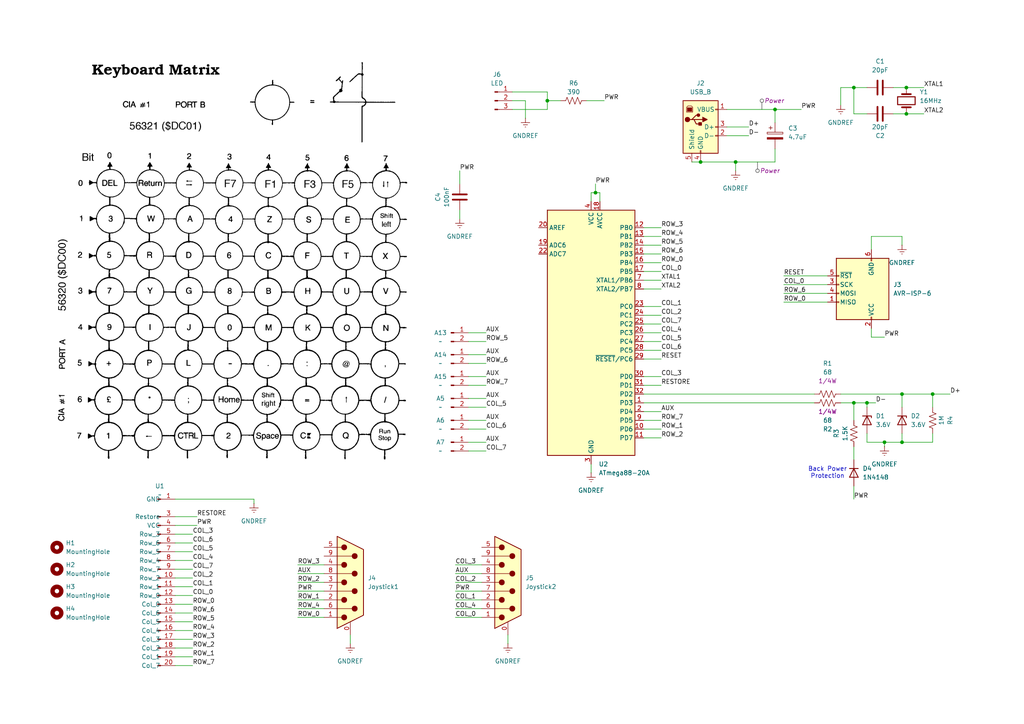
<source format=kicad_sch>
(kicad_sch (version 20231120) (generator "eeschema") (generator_version "8.0")
  (paper "A4")
  (lib_symbols
    (symbol "C64:C64_Keyboard"
      (property "Reference" "U" (at 0 0 0))
      (symbol "C64_Keyboard_1_1"
        (rectangle (start -4.2164 -50.673) (end -5.08 -50.927) (stroke (width 0.1524)) (fill (type outline)))
        (rectangle (start -4.2164 -48.133) (end -5.08 -48.387) (stroke (width 0.1524)) (fill (type outline)))
        (rectangle (start -4.2164 -45.593) (end -5.08 -45.847) (stroke (width 0.1524)) (fill (type outline)))
        (rectangle (start -4.2164 -43.053) (end -5.08 -43.307) (stroke (width 0.1524)) (fill (type outline)))
        (rectangle (start -4.2164 -40.513) (end -5.08 -40.767) (stroke (width 0.1524)) (fill (type outline)))
        (rectangle (start -4.2164 -37.973) (end -5.08 -38.227) (stroke (width 0.1524)) (fill (type outline)))
        (rectangle (start -4.2164 -35.433) (end -5.08 -35.687) (stroke (width 0.1524)) (fill (type outline)))
        (rectangle (start -4.2164 -32.893) (end -5.08 -33.147) (stroke (width 0.1524)) (fill (type outline)))
        (rectangle (start -4.2164 -30.353) (end -5.08 -30.607) (stroke (width 0.1524)) (fill (type outline)))
        (rectangle (start -4.2164 -27.813) (end -5.08 -28.067) (stroke (width 0.1524)) (fill (type outline)))
        (rectangle (start -4.2164 -25.273) (end -5.08 -25.527) (stroke (width 0.1524)) (fill (type outline)))
        (rectangle (start -4.2164 -22.733) (end -5.08 -22.987) (stroke (width 0.1524)) (fill (type outline)))
        (rectangle (start -4.2164 -20.193) (end -5.08 -20.447) (stroke (width 0.1524)) (fill (type outline)))
        (rectangle (start -4.2164 -17.653) (end -5.08 -17.907) (stroke (width 0.1524)) (fill (type outline)))
        (rectangle (start -4.2164 -15.113) (end -5.08 -15.367) (stroke (width 0.1524)) (fill (type outline)))
        (rectangle (start -4.2164 -12.573) (end -5.08 -12.827) (stroke (width 0.1524)) (fill (type outline)))
        (rectangle (start -4.2164 -10.033) (end -5.08 -10.287) (stroke (width 0.1524)) (fill (type outline)))
        (rectangle (start -4.2164 -7.493) (end -5.08 -7.747) (stroke (width 0.1524)) (fill (type outline)))
        (rectangle (start -4.2164 -2.413) (end -5.08 -2.667) (stroke (width 0.1524)) (fill (type outline)))
        (polyline (pts (xy -3.81 -50.8) (xy -4.2164 -50.8)) (stroke (width 0.1524)))
        (polyline (pts (xy -3.81 -48.26) (xy -4.2164 -48.26)) (stroke (width 0.1524)))
        (polyline (pts (xy -3.81 -45.72) (xy -4.2164 -45.72)) (stroke (width 0.1524)))
        (polyline (pts (xy -3.81 -43.18) (xy -4.2164 -43.18)) (stroke (width 0.1524)))
        (polyline (pts (xy -3.81 -40.64) (xy -4.2164 -40.64)) (stroke (width 0.1524)))
        (polyline (pts (xy -3.81 -38.1) (xy -4.2164 -38.1)) (stroke (width 0.1524)))
        (polyline (pts (xy -3.81 -35.56) (xy -4.2164 -35.56)) (stroke (width 0.1524)))
        (polyline (pts (xy -3.81 -33.02) (xy -4.2164 -33.02)) (stroke (width 0.1524)))
        (polyline (pts (xy -3.81 -30.48) (xy -4.2164 -30.48)) (stroke (width 0.1524)))
        (polyline (pts (xy -3.81 -27.94) (xy -4.2164 -27.94)) (stroke (width 0.1524)))
        (polyline (pts (xy -3.81 -25.4) (xy -4.2164 -25.4)) (stroke (width 0.1524)))
        (polyline (pts (xy -3.81 -22.86) (xy -4.2164 -22.86)) (stroke (width 0.1524)))
        (polyline (pts (xy -3.81 -20.32) (xy -4.2164 -20.32)) (stroke (width 0.1524)))
        (polyline (pts (xy -3.81 -17.78) (xy -4.2164 -17.78)) (stroke (width 0.1524)))
        (polyline (pts (xy -3.81 -15.24) (xy -4.2164 -15.24)) (stroke (width 0.1524)))
        (polyline (pts (xy -3.81 -12.7) (xy -4.2164 -12.7)) (stroke (width 0.1524)))
        (polyline (pts (xy -3.81 -10.16) (xy -4.2164 -10.16)) (stroke (width 0.1524)))
        (polyline (pts (xy -3.81 -7.62) (xy -4.2164 -7.62)) (stroke (width 0.1524)))
        (polyline (pts (xy -3.81 -2.54) (xy -4.2164 -2.54)) (stroke (width 0.1524)))
        (pin passive line (at 0 -2.54 180) (length 3.81) (name "GND") (number "1"))
        (pin passive line (at 0 -25.4 180) (length 3.81) (name "Row_2") (number "10"))
        (pin passive line (at 0 -27.94 180) (length 3.81) (name "Row_1") (number "11"))
        (pin passive line (at 0 -30.48 180) (length 3.81) (name "Row_0") (number "12"))
        (pin passive line (at 0 -33.02 180) (length 3.81) (name "Col_0") (number "13"))
        (pin passive line (at 0 -35.56 180) (length 3.81) (name "Col_6") (number "14"))
        (pin passive line (at 0 -38.1 180) (length 3.81) (name "Col_5") (number "15"))
        (pin passive line (at 0 -40.64 180) (length 3.81) (name "Col_4") (number "16"))
        (pin passive line (at 0 -43.18 180) (length 3.81) (name "Col_3") (number "17"))
        (pin passive line (at 0 -45.72 180) (length 3.81) (name "Col_2") (number "18"))
        (pin passive line (at 0 -48.26 180) (length 3.81) (name "Col_1") (number "19"))
        (pin passive line (at 0 -50.8 180) (length 3.81) (name "Col_7") (number "20"))
        (pin passive line (at 0 -7.62 180) (length 3.81) (name "Restore") (number "3"))
        (pin passive line (at 0 -10.16 180) (length 3.81) (name "VCC") (number "4"))
        (pin passive line (at 0 -12.7 180) (length 3.81) (name "Row_3") (number "5"))
        (pin passive line (at 0 -15.24 180) (length 3.81) (name "Row_6") (number "6"))
        (pin passive line (at 0 -17.78 180) (length 3.81) (name "Row_5") (number "7"))
        (pin passive line (at 0 -20.32 180) (length 3.81) (name "Row_4") (number "8"))
        (pin passive line (at 0 -22.86 180) (length 3.81) (name "Row_7") (number "9"))
      )
    )
    (symbol "Connector:AVR-ISP-6" (pin_names (offset 1.016))
      (property "Reference" "J" (at -6.35 11.43 0))
      (property "Value" "AVR-ISP-6" (at 0 11.43 0))
      (symbol "AVR-ISP-6_0_1"
        (rectangle (start -2.667 -6.858) (end -2.413 -7.62))
        (rectangle (start -2.667 10.16) (end -2.413 9.398))
        (rectangle (start 7.62 -2.413) (end 6.858 -2.667))
        (rectangle (start 7.62 0.127) (end 6.858 -0.127))
        (rectangle (start 7.62 2.667) (end 6.858 2.413))
        (rectangle (start 7.62 5.207) (end 6.858 4.953))
        (rectangle (start 7.62 10.16) (end -7.62 -7.62) (stroke (width 0.254)) (fill (type background)))
      )
      (symbol "AVR-ISP-6_1_1"
        (pin passive line (at 10.16 5.08 180) (length 2.54) (name "MISO") (number "1"))
        (pin passive line (at -2.54 12.7 270) (length 2.54) (name "VCC") (number "2"))
        (pin passive line (at 10.16 0 180) (length 2.54) (name "SCK") (number "3"))
        (pin passive line (at 10.16 2.54 180) (length 2.54) (name "MOSI") (number "4"))
        (pin passive line (at 10.16 -2.54 180) (length 2.54) (name "~{RST}") (number "5"))
        (pin passive line (at -2.54 -10.16 90) (length 2.54) (name "GND") (number "6"))
      )
    )
    (symbol "Connector:Conn_01x02_Pin" (pin_names (offset 1.016) hide)
      (property "Reference" "J" (at 0 2.54 0))
      (property "Value" "Conn_01x02_Pin" (at 0 -5.08 0))
      (symbol "Conn_01x02_Pin_1_1"
        (polyline (pts (xy 1.27 -2.54) (xy 0.8636 -2.54)) (stroke (width 0.1524)))
        (polyline (pts (xy 1.27 0) (xy 0.8636 0)) (stroke (width 0.1524)))
        (rectangle (start 0.8636 -2.413) (end 0 -2.667) (stroke (width 0.1524)) (fill (type outline)))
        (rectangle (start 0.8636 0.127) (end 0 -0.127) (stroke (width 0.1524)) (fill (type outline)))
        (pin passive line (at 5.08 0 180) (length 3.81) (name "Pin_1") (number "1"))
        (pin passive line (at 5.08 -2.54 180) (length 3.81) (name "Pin_2") (number "2"))
      )
    )
    (symbol "Connector:Conn_01x03_Pin" (pin_names (offset 1.016) hide)
      (property "Reference" "J" (at 0 5.08 0))
      (property "Value" "Conn_01x03_Pin" (at 0 -5.08 0))
      (symbol "Conn_01x03_Pin_1_1"
        (polyline (pts (xy 1.27 -2.54) (xy 0.8636 -2.54)) (stroke (width 0.1524)))
        (polyline (pts (xy 1.27 0) (xy 0.8636 0)) (stroke (width 0.1524)))
        (polyline (pts (xy 1.27 2.54) (xy 0.8636 2.54)) (stroke (width 0.1524)))
        (rectangle (start 0.8636 -2.413) (end 0 -2.667) (stroke (width 0.1524)) (fill (type outline)))
        (rectangle (start 0.8636 0.127) (end 0 -0.127) (stroke (width 0.1524)) (fill (type outline)))
        (rectangle (start 0.8636 2.667) (end 0 2.413) (stroke (width 0.1524)) (fill (type outline)))
        (pin passive line (at 5.08 2.54 180) (length 3.81) (name "Pin_1") (number "1"))
        (pin passive line (at 5.08 0 180) (length 3.81) (name "Pin_2") (number "2"))
        (pin passive line (at 5.08 -2.54 180) (length 3.81) (name "Pin_3") (number "3"))
      )
    )
    (symbol "Connector:DE9_Plug_MountingHoles" (pin_names (offset 1.016) hide)
      (property "Reference" "J" (at 0 16.51 0))
      (property "Value" "DE9_Plug_MountingHoles" (at 0 14.605 0))
      (symbol "DE9_Plug_MountingHoles_0_1"
        (circle (center -1.778 -10.16) (radius 0.762) (fill (type outline)))
        (circle (center -1.778 -5.08) (radius 0.762) (fill (type outline)))
        (circle (center -1.778 0) (radius 0.762) (fill (type outline)))
        (circle (center -1.778 5.08) (radius 0.762) (fill (type outline)))
        (circle (center -1.778 10.16) (radius 0.762) (fill (type outline)))
        (polyline (pts (xy -3.81 -10.16) (xy -2.54 -10.16)))
        (polyline (pts (xy -3.81 -7.62) (xy 0.508 -7.62)))
        (polyline (pts (xy -3.81 -5.08) (xy -2.54 -5.08)))
        (polyline (pts (xy -3.81 -2.54) (xy 0.508 -2.54)))
        (polyline (pts (xy -3.81 0) (xy -2.54 0)))
        (polyline (pts (xy -3.81 2.54) (xy 0.508 2.54)))
        (polyline (pts (xy -3.81 5.08) (xy -2.54 5.08)))
        (polyline (pts (xy -3.81 7.62) (xy 0.508 7.62)))
        (polyline (pts (xy -3.81 10.16) (xy -2.54 10.16)))
        (polyline (pts (xy -3.81 -13.335) (xy -3.81 13.335) (xy 3.81 9.525) (xy 3.81 -9.525) (xy -3.81 -13.335)) (stroke (width 0.254)) (fill (type background)))
        (circle (center 1.27 -7.62) (radius 0.762) (fill (type outline)))
        (circle (center 1.27 -2.54) (radius 0.762) (fill (type outline)))
        (circle (center 1.27 2.54) (radius 0.762) (fill (type outline)))
        (circle (center 1.27 7.62) (radius 0.762) (fill (type outline)))
      )
      (symbol "DE9_Plug_MountingHoles_1_1"
        (pin passive line (at 0 -15.24 90) (length 3.81) (name "PAD") (number "0"))
        (pin passive line (at -7.62 -10.16 0) (length 3.81) (name "1") (number "1"))
        (pin passive line (at -7.62 -5.08 0) (length 3.81) (name "2") (number "2"))
        (pin passive line (at -7.62 0 0) (length 3.81) (name "3") (number "3"))
        (pin passive line (at -7.62 5.08 0) (length 3.81) (name "4") (number "4"))
        (pin passive line (at -7.62 10.16 0) (length 3.81) (name "5") (number "5"))
        (pin passive line (at -7.62 -7.62 0) (length 3.81) (name "6") (number "6"))
        (pin passive line (at -7.62 -2.54 0) (length 3.81) (name "7") (number "7"))
        (pin passive line (at -7.62 2.54 0) (length 3.81) (name "8") (number "8"))
        (pin passive line (at -7.62 7.62 0) (length 3.81) (name "9") (number "9"))
      )
    )
    (symbol "Connector:USB_B" (pin_names (offset 1.016))
      (property "Reference" "J" (at -5.08 11.43 0))
      (property "Value" "USB_B" (at -5.08 8.89 0))
      (symbol "USB_B_0_1"
        (rectangle (start -5.08 -7.62) (end 5.08 7.62) (stroke (width 0.254)) (fill (type background)))
        (circle (center -3.81 2.159) (radius 0.635) (stroke (width 0.254)) (fill (type outline)))
        (rectangle (start -3.81 5.588) (end -2.54 4.572) (fill (type outline)))
        (circle (center -0.635 3.429) (radius 0.381) (stroke (width 0.254)) (fill (type outline)))
        (rectangle (start -0.127 -7.62) (end 0.127 -6.858))
        (polyline (pts (xy -1.905 2.159) (xy 0.635 2.159)) (stroke (width 0.254)))
        (polyline (pts (xy -3.175 2.159) (xy -2.54 2.159) (xy -1.27 3.429) (xy -0.635 3.429)) (stroke (width 0.254)))
        (polyline (pts (xy -2.54 2.159) (xy -1.905 2.159) (xy -1.27 0.889) (xy 0 0.889)) (stroke (width 0.254)))
        (polyline (pts (xy 0.635 2.794) (xy 0.635 1.524) (xy 1.905 2.159) (xy 0.635 2.794)) (stroke (width 0.254)) (fill (type outline)))
        (polyline (pts (xy -4.064 4.318) (xy -2.286 4.318) (xy -2.286 5.715) (xy -2.667 6.096) (xy -3.683 6.096) (xy -4.064 5.715) (xy -4.064 4.318)))
        (rectangle (start 0.254 1.27) (end -0.508 0.508) (stroke (width 0.254)) (fill (type outline)))
        (rectangle (start 5.08 -2.667) (end 4.318 -2.413))
        (rectangle (start 5.08 -0.127) (end 4.318 0.127))
        (rectangle (start 5.08 4.953) (end 4.318 5.207))
      )
      (symbol "USB_B_1_1"
        (pin power_out line (at 7.62 5.08 180) (length 2.54) (name "VBUS") (number "1"))
        (pin bidirectional line (at 7.62 -2.54 180) (length 2.54) (name "D-") (number "2"))
        (pin bidirectional line (at 7.62 0 180) (length 2.54) (name "D+") (number "3"))
        (pin power_out line (at 0 -10.16 90) (length 2.54) (name "GND") (number "4"))
        (pin passive line (at -2.54 -10.16 90) (length 2.54) (name "Shield") (number "5"))
      )
    )
    (symbol "Device:C" (pin_numbers hide) (pin_names (offset 0.254))
      (property "Reference" "C" (at 0.635 2.54 0))
      (property "Value" "C" (at 0.635 -2.54 0))
      (symbol "C_0_1"
        (polyline (pts (xy -2.032 -0.762) (xy 2.032 -0.762)) (stroke (width 0.508)))
        (polyline (pts (xy -2.032 0.762) (xy 2.032 0.762)) (stroke (width 0.508)))
      )
      (symbol "C_1_1"
        (pin passive line (at 0 3.81 270) (length 2.794) (name "~") (number "1"))
        (pin passive line (at 0 -3.81 90) (length 2.794) (name "~") (number "2"))
      )
    )
    (symbol "Device:C_Polarized" (pin_numbers hide) (pin_names (offset 0.254))
      (property "Reference" "C" (at 0.635 2.54 0))
      (property "Value" "C_Polarized" (at 0.635 -2.54 0))
      (symbol "C_Polarized_0_1"
        (rectangle (start -2.286 0.508) (end 2.286 1.016))
        (polyline (pts (xy -1.778 2.286) (xy -0.762 2.286)))
        (polyline (pts (xy -1.27 2.794) (xy -1.27 1.778)))
        (rectangle (start 2.286 -0.508) (end -2.286 -1.016) (fill (type outline)))
      )
      (symbol "C_Polarized_1_1"
        (pin passive line (at 0 3.81 270) (length 2.794) (name "~") (number "1"))
        (pin passive line (at 0 -3.81 90) (length 2.794) (name "~") (number "2"))
      )
    )
    (symbol "Device:Crystal" (pin_numbers hide) (pin_names (offset 1.016) hide)
      (property "Reference" "Y" (at 0 3.81 0))
      (property "Value" "Crystal" (at 0 -3.81 0))
      (symbol "Crystal_0_1"
        (rectangle (start -1.143 2.54) (end 1.143 -2.54) (stroke (width 0.3048)))
        (polyline (pts (xy -2.54 0) (xy -1.905 0)))
        (polyline (pts (xy -1.905 -1.27) (xy -1.905 1.27)) (stroke (width 0.508)))
        (polyline (pts (xy 1.905 -1.27) (xy 1.905 1.27)) (stroke (width 0.508)))
        (polyline (pts (xy 2.54 0) (xy 1.905 0)))
      )
      (symbol "Crystal_1_1"
        (pin passive line (at -3.81 0 0) (length 1.27) (name "1") (number "1"))
        (pin passive line (at 3.81 0 180) (length 1.27) (name "2") (number "2"))
      )
    )
    (symbol "Device:D" (pin_numbers hide) (pin_names (offset 1.016) hide)
      (property "Reference" "D" (at 0 2.54 0))
      (property "Value" "D" (at 0 -2.54 0))
      (symbol "D_0_1"
        (polyline (pts (xy -1.27 1.27) (xy -1.27 -1.27)) (stroke (width 0.254)))
        (polyline (pts (xy 1.27 0) (xy -1.27 0)))
        (polyline (pts (xy 1.27 1.27) (xy 1.27 -1.27) (xy -1.27 0) (xy 1.27 1.27)) (stroke (width 0.254)))
      )
      (symbol "D_1_1"
        (pin passive line (at -3.81 0 0) (length 2.54) (name "K") (number "1"))
        (pin passive line (at 3.81 0 180) (length 2.54) (name "A") (number "2"))
      )
    )
    (symbol "Device:D_Zener" (pin_numbers hide) (pin_names (offset 1.016) hide)
      (property "Reference" "D" (at 0 2.54 0))
      (property "Value" "D_Zener" (at 0 -2.54 0))
      (symbol "D_Zener_0_1"
        (polyline (pts (xy 1.27 0) (xy -1.27 0)))
        (polyline (pts (xy -1.27 -1.27) (xy -1.27 1.27) (xy -0.762 1.27)) (stroke (width 0.254)))
        (polyline (pts (xy 1.27 -1.27) (xy 1.27 1.27) (xy -1.27 0) (xy 1.27 -1.27)) (stroke (width 0.254)))
      )
      (symbol "D_Zener_1_1"
        (pin passive line (at -3.81 0 0) (length 2.54) (name "K") (number "1"))
        (pin passive line (at 3.81 0 180) (length 2.54) (name "A") (number "2"))
      )
    )
    (symbol "Device:R_US" (pin_numbers hide) (pin_names (offset 0))
      (property "Reference" "R" (at 2.54 0 90))
      (property "Value" "R_US" (at -2.54 0 90))
      (symbol "R_US_0_1"
        (polyline (pts (xy 0 -2.286) (xy 0 -2.54)))
        (polyline (pts (xy 0 2.286) (xy 0 2.54)))
        (polyline (pts (xy 0 -0.762) (xy 1.016 -1.143) (xy 0 -1.524) (xy -1.016 -1.905) (xy 0 -2.286)))
        (polyline (pts (xy 0 0.762) (xy 1.016 0.381) (xy 0 0) (xy -1.016 -0.381) (xy 0 -0.762)))
        (polyline (pts (xy 0 2.286) (xy 1.016 1.905) (xy 0 1.524) (xy -1.016 1.143) (xy 0 0.762)))
      )
      (symbol "R_US_1_1"
        (pin passive line (at 0 3.81 270) (length 1.27) (name "~") (number "1"))
        (pin passive line (at 0 -3.81 90) (length 1.27) (name "~") (number "2"))
      )
    )
    (symbol "MCU_Microchip_ATmega:ATmega88-20A"
      (property "Reference" "U" (at -12.7 36.83 0))
      (property "Value" "ATmega88-20A" (at 2.54 -36.83 0))
      (symbol "ATmega88-20A_0_1"
        (rectangle (start -12.7 -35.56) (end 12.7 35.56) (stroke (width 0.254)) (fill (type background)))
      )
      (symbol "ATmega88-20A_1_1"
        (pin bidirectional line (at 15.24 -20.32 180) (length 2.54) (name "PD3") (number "1"))
        (pin bidirectional line (at 15.24 -27.94 180) (length 2.54) (name "PD6") (number "10"))
        (pin bidirectional line (at 15.24 -30.48 180) (length 2.54) (name "PD7") (number "11"))
        (pin bidirectional line (at 15.24 30.48 180) (length 2.54) (name "PB0") (number "12"))
        (pin bidirectional line (at 15.24 27.94 180) (length 2.54) (name "PB1") (number "13"))
        (pin bidirectional line (at 15.24 25.4 180) (length 2.54) (name "PB2") (number "14"))
        (pin bidirectional line (at 15.24 22.86 180) (length 2.54) (name "PB3") (number "15"))
        (pin bidirectional line (at 15.24 20.32 180) (length 2.54) (name "PB4") (number "16"))
        (pin bidirectional line (at 15.24 17.78 180) (length 2.54) (name "PB5") (number "17"))
        (pin power_in line (at 2.54 38.1 270) (length 2.54) (name "AVCC") (number "18"))
        (pin input line (at -15.24 25.4 0) (length 2.54) (name "ADC6") (number "19"))
        (pin bidirectional line (at 15.24 -22.86 180) (length 2.54) (name "PD4") (number "2"))
        (pin passive line (at -15.24 30.48 0) (length 2.54) (name "AREF") (number "20"))
        (pin passive line (at 0 -38.1 90) (length 2.54) hide (name "GND") (number "21"))
        (pin input line (at -15.24 22.86 0) (length 2.54) (name "ADC7") (number "22"))
        (pin bidirectional line (at 15.24 7.62 180) (length 2.54) (name "PC0") (number "23"))
        (pin bidirectional line (at 15.24 5.08 180) (length 2.54) (name "PC1") (number "24"))
        (pin bidirectional line (at 15.24 2.54 180) (length 2.54) (name "PC2") (number "25"))
        (pin bidirectional line (at 15.24 0 180) (length 2.54) (name "PC3") (number "26"))
        (pin bidirectional line (at 15.24 -2.54 180) (length 2.54) (name "PC4") (number "27"))
        (pin bidirectional line (at 15.24 -5.08 180) (length 2.54) (name "PC5") (number "28"))
        (pin bidirectional line (at 15.24 -7.62 180) (length 2.54) (name "~{RESET}/PC6") (number "29"))
        (pin power_in line (at 0 -38.1 90) (length 2.54) (name "GND") (number "3"))
        (pin bidirectional line (at 15.24 -12.7 180) (length 2.54) (name "PD0") (number "30"))
        (pin bidirectional line (at 15.24 -15.24 180) (length 2.54) (name "PD1") (number "31"))
        (pin bidirectional line (at 15.24 -17.78 180) (length 2.54) (name "PD2") (number "32"))
        (pin power_in line (at 0 38.1 270) (length 2.54) (name "VCC") (number "4"))
        (pin passive line (at 0 -38.1 90) (length 2.54) hide (name "GND") (number "5"))
        (pin passive line (at 0 38.1 270) (length 2.54) hide (name "VCC") (number "6"))
        (pin bidirectional line (at 15.24 15.24 180) (length 2.54) (name "XTAL1/PB6") (number "7"))
        (pin bidirectional line (at 15.24 12.7 180) (length 2.54) (name "XTAL2/PB7") (number "8"))
        (pin bidirectional line (at 15.24 -25.4 180) (length 2.54) (name "PD5") (number "9"))
      )
    )
    (symbol "Mechanical:MountingHole" (pin_names (offset 1.016)) (exclude_from_sim yes) (in_bom no)
      (property "Reference" "H" (at 0 5.08 0))
      (property "Value" "MountingHole" (at 0 3.175 0))
      (symbol "MountingHole_0_1"
        (circle (center 0 0) (radius 1.27) (stroke (width 1.27)))
      )
    )
    (symbol "power:GNDREF" (power) (pin_numbers hide) (pin_names (offset 0) hide)
      (property "Value" "GNDREF" (at 0 -3.81 0))
      (symbol "GNDREF_0_1"
        (polyline (pts (xy -0.635 -1.905) (xy 0.635 -1.905)))
        (polyline (pts (xy -0.127 -2.54) (xy 0.127 -2.54)))
        (polyline (pts (xy 0 -1.27) (xy 0 0)))
        (polyline (pts (xy 1.27 -1.27) (xy -1.27 -1.27)))
      )
      (symbol "GNDREF_1_1"
        (pin power_in line (at 0 0 270) (length 0) (name "~") (number "1"))
      )
    )
  )
  (junction (at 261.62 128.27))
  (junction (at 270.51 114.3))
  (junction (at 172.72 55.88))
  (junction (at 213.36 46.99))
  (junction (at 262.89 33.02))
  (junction (at 251.46 116.84))
  (junction (at 262.89 25.4))
  (junction (at 247.65 116.84))
  (junction (at 158.75 29.21))
  (junction (at 203.2 46.99))
  (junction (at 247.65 25.4))
  (junction (at 261.62 114.3))
  (junction (at 224.79 31.75))
  (junction (at 256.54 128.27))
  (wire (pts (xy 210.82 36.83) (xy 217.17 36.83)))
  (wire (pts (xy 247.65 116.84) (xy 251.46 116.84)))
  (wire (pts (xy 50.8 154.94) (xy 55.88 154.94)))
  (wire (pts (xy 247.65 33.02) (xy 247.65 25.4)))
  (wire (pts (xy 243.84 114.3) (xy 261.62 114.3)))
  (wire (pts (xy 148.59 29.21) (xy 152.4 29.21)))
  (wire (pts (xy 247.65 25.4) (xy 251.46 25.4)))
  (wire (pts (xy 50.8 149.86) (xy 57.15 149.86)))
  (wire (pts (xy 261.62 128.27) (xy 261.62 125.73)))
  (wire (pts (xy 133.35 60.96) (xy 133.35 63.5)))
  (wire (pts (xy 186.69 71.12) (xy 191.77 71.12)))
  (wire (pts (xy 210.82 31.75) (xy 224.79 31.75)))
  (wire (pts (xy 86.36 171.45) (xy 93.98 171.45)))
  (wire (pts (xy 186.69 124.46) (xy 191.77 124.46)))
  (wire (pts (xy 50.8 157.48) (xy 55.88 157.48)))
  (wire (pts (xy 86.36 173.99) (xy 93.98 173.99)))
  (wire (pts (xy 186.69 121.92) (xy 191.77 121.92)))
  (wire (pts (xy 186.69 76.2) (xy 191.77 76.2)))
  (wire (pts (xy 262.89 25.4) (xy 267.97 25.4)))
  (wire (pts (xy 158.75 26.67) (xy 158.75 29.21)))
  (wire (pts (xy 132.08 163.83) (xy 139.7 163.83)))
  (wire (pts (xy 186.69 109.22) (xy 191.77 109.22)))
  (wire (pts (xy 261.62 68.58) (xy 261.62 71.12)))
  (wire (pts (xy 262.89 33.02) (xy 267.97 33.02)))
  (wire (pts (xy 256.54 128.27) (xy 256.54 129.54)))
  (wire (pts (xy 50.8 177.8) (xy 55.88 177.8)))
  (wire (pts (xy 132.08 179.07) (xy 139.7 179.07)))
  (wire (pts (xy 224.79 31.75) (xy 232.41 31.75)))
  (wire (pts (xy 86.36 179.07) (xy 93.98 179.07)))
  (wire (pts (xy 86.36 168.91) (xy 93.98 168.91)))
  (wire (pts (xy 132.08 176.53) (xy 139.7 176.53)))
  (wire (pts (xy 50.8 190.5) (xy 55.88 190.5)))
  (wire (pts (xy 86.36 166.37) (xy 93.98 166.37)))
  (wire (pts (xy 213.36 46.99) (xy 213.36 49.53)))
  (wire (pts (xy 170.18 29.21) (xy 175.26 29.21)))
  (wire (pts (xy 200.66 46.99) (xy 203.2 46.99)))
  (wire (pts (xy 186.69 104.14) (xy 191.77 104.14)))
  (wire (pts (xy 247.65 25.4) (xy 243.84 25.4)))
  (wire (pts (xy 252.73 97.79) (xy 256.54 97.79)))
  (wire (pts (xy 247.65 140.97) (xy 247.65 144.78)))
  (wire (pts (xy 270.51 114.3) (xy 275.59 114.3)))
  (wire (pts (xy 261.62 114.3) (xy 261.62 118.11)))
  (wire (pts (xy 172.72 53.34) (xy 172.72 55.88)))
  (wire (pts (xy 135.89 102.87) (xy 140.97 102.87)))
  (wire (pts (xy 252.73 72.39) (xy 252.73 68.58)))
  (wire (pts (xy 173.99 55.88) (xy 173.99 58.42)))
  (wire (pts (xy 152.4 29.21) (xy 152.4 34.29)))
  (wire (pts (xy 158.75 29.21) (xy 162.56 29.21)))
  (wire (pts (xy 50.8 144.78) (xy 73.66 144.78)))
  (wire (pts (xy 50.8 185.42) (xy 55.88 185.42)))
  (wire (pts (xy 270.51 128.27) (xy 270.51 125.73)))
  (wire (pts (xy 186.69 81.28) (xy 191.77 81.28)))
  (wire (pts (xy 186.69 114.3) (xy 236.22 114.3)))
  (wire (pts (xy 148.59 26.67) (xy 158.75 26.67)))
  (wire (pts (xy 259.08 33.02) (xy 262.89 33.02)))
  (wire (pts (xy 256.54 128.27) (xy 261.62 128.27)))
  (wire (pts (xy 133.35 49.53) (xy 133.35 53.34)))
  (wire (pts (xy 50.8 160.02) (xy 55.88 160.02)))
  (wire (pts (xy 247.65 129.54) (xy 247.65 133.35)))
  (wire (pts (xy 186.69 127) (xy 191.77 127)))
  (wire (pts (xy 251.46 116.84) (xy 254 116.84)))
  (wire (pts (xy 73.66 144.78) (xy 73.66 146.05)))
  (wire (pts (xy 252.73 68.58) (xy 261.62 68.58)))
  (wire (pts (xy 86.36 163.83) (xy 93.98 163.83)))
  (wire (pts (xy 247.65 116.84) (xy 247.65 121.92)))
  (wire (pts (xy 50.8 172.72) (xy 55.88 172.72)))
  (wire (pts (xy 135.89 111.76) (xy 140.97 111.76)))
  (wire (pts (xy 158.75 31.75) (xy 158.75 29.21)))
  (wire (pts (xy 243.84 25.4) (xy 243.84 30.48)))
  (wire (pts (xy 50.8 182.88) (xy 55.88 182.88)))
  (wire (pts (xy 50.8 187.96) (xy 55.88 187.96)))
  (wire (pts (xy 251.46 116.84) (xy 251.46 118.11)))
  (wire (pts (xy 86.36 176.53) (xy 93.98 176.53)))
  (wire (pts (xy 148.59 31.75) (xy 158.75 31.75)))
  (wire (pts (xy 186.69 101.6) (xy 191.77 101.6)))
  (wire (pts (xy 135.89 115.57) (xy 140.97 115.57)))
  (wire (pts (xy 243.84 116.84) (xy 247.65 116.84)))
  (wire (pts (xy 251.46 33.02) (xy 247.65 33.02)))
  (wire (pts (xy 50.8 167.64) (xy 55.88 167.64)))
  (wire (pts (xy 259.08 25.4) (xy 262.89 25.4)))
  (wire (pts (xy 186.69 78.74) (xy 191.77 78.74)))
  (wire (pts (xy 135.89 121.92) (xy 140.97 121.92)))
  (wire (pts (xy 171.45 134.62) (xy 171.45 137.16)))
  (wire (pts (xy 251.46 125.73) (xy 251.46 128.27)))
  (wire (pts (xy 135.89 124.46) (xy 140.97 124.46)))
  (wire (pts (xy 186.69 116.84) (xy 236.22 116.84)))
  (wire (pts (xy 227.33 85.09) (xy 240.03 85.09)))
  (wire (pts (xy 171.45 58.42) (xy 171.45 55.88)))
  (wire (pts (xy 186.69 93.98) (xy 191.77 93.98)))
  (wire (pts (xy 261.62 128.27) (xy 270.51 128.27)))
  (wire (pts (xy 135.89 109.22) (xy 140.97 109.22)))
  (wire (pts (xy 186.69 119.38) (xy 191.77 119.38)))
  (wire (pts (xy 213.36 46.99) (xy 224.79 46.99)))
  (wire (pts (xy 50.8 165.1) (xy 55.88 165.1)))
  (wire (pts (xy 50.8 193.04) (xy 55.88 193.04)))
  (wire (pts (xy 186.69 83.82) (xy 191.77 83.82)))
  (wire (pts (xy 186.69 73.66) (xy 191.77 73.66)))
  (wire (pts (xy 50.8 175.26) (xy 55.88 175.26)))
  (wire (pts (xy 186.69 111.76) (xy 191.77 111.76)))
  (wire (pts (xy 252.73 95.25) (xy 252.73 97.79)))
  (wire (pts (xy 270.51 114.3) (xy 270.51 118.11)))
  (wire (pts (xy 186.69 96.52) (xy 191.77 96.52)))
  (wire (pts (xy 135.89 130.81) (xy 140.97 130.81)))
  (wire (pts (xy 132.08 168.91) (xy 139.7 168.91)))
  (wire (pts (xy 132.08 173.99) (xy 139.7 173.99)))
  (wire (pts (xy 132.08 171.45) (xy 139.7 171.45)))
  (wire (pts (xy 135.89 128.27) (xy 140.97 128.27)))
  (wire (pts (xy 186.69 66.04) (xy 191.77 66.04)))
  (wire (pts (xy 186.69 99.06) (xy 191.77 99.06)))
  (wire (pts (xy 50.8 162.56) (xy 55.88 162.56)))
  (wire (pts (xy 50.8 180.34) (xy 55.88 180.34)))
  (wire (pts (xy 135.89 105.41) (xy 140.97 105.41)))
  (wire (pts (xy 135.89 99.06) (xy 140.97 99.06)))
  (wire (pts (xy 227.33 87.63) (xy 240.03 87.63)))
  (wire (pts (xy 172.72 55.88) (xy 173.99 55.88)))
  (wire (pts (xy 261.62 114.3) (xy 270.51 114.3)))
  (wire (pts (xy 186.69 88.9) (xy 191.77 88.9)))
  (wire (pts (xy 50.8 152.4) (xy 57.15 152.4)))
  (wire (pts (xy 171.45 55.88) (xy 172.72 55.88)))
  (wire (pts (xy 227.33 82.55) (xy 240.03 82.55)))
  (wire (pts (xy 186.69 91.44) (xy 191.77 91.44)))
  (wire (pts (xy 210.82 39.37) (xy 217.17 39.37)))
  (wire (pts (xy 186.69 68.58) (xy 191.77 68.58)))
  (wire (pts (xy 147.32 184.15) (xy 147.32 186.69)))
  (wire (pts (xy 132.08 166.37) (xy 139.7 166.37)))
  (wire (pts (xy 251.46 128.27) (xy 256.54 128.27)))
  (wire (pts (xy 135.89 118.11) (xy 140.97 118.11)))
  (wire (pts (xy 227.33 80.01) (xy 240.03 80.01)))
  (wire (pts (xy 101.6 184.15) (xy 101.6 186.69)))
  (wire (pts (xy 203.2 46.99) (xy 213.36 46.99)))
  (wire (pts (xy 224.79 31.75) (xy 224.79 35.56)))
  (wire (pts (xy 224.79 43.18) (xy 224.79 46.99)))
  (wire (pts (xy 50.8 170.18) (xy 55.88 170.18)))
  (wire (pts (xy 135.89 96.52) (xy 140.97 96.52)))
  (image (at 67.31 74.93) (scale 0.868857))
  (text "Back Power\nProtection" (at 240.03 137.16 0) (effects (font (size 1.27 1.27))))
  (label "XTAL2" (at 267.97 33.02 0))
  (label "ROW_7" (at 140.97 111.76 0))
  (label "AUX" (at 140.97 102.87 0))
  (label "ROW_0" (at 191.77 76.2 0))
  (label "AUX" (at 140.97 115.57 0))
  (label "XTAL1" (at 267.97 25.4 0))
  (label "ROW_5" (at 55.88 180.34 0))
  (label "AUX" (at 132.08 166.37 0))
  (label "ROW_0" (at 55.88 175.26 0))
  (label "COL_3" (at 55.88 154.94 0))
  (label "AUX" (at 140.97 109.22 0))
  (label "ROW_3" (at 55.88 185.42 0))
  (label "PWR" (at 57.15 152.4 0))
  (label "PWR" (at 247.65 144.78 0))
  (label "D-" (at 217.17 39.37 0))
  (label "PWR" (at 175.26 29.21 0))
  (label "COL_0" (at 132.08 179.07 0))
  (label "D-" (at 254 116.84 0))
  (label "COL_3" (at 132.08 163.83 0))
  (label "ROW_2" (at 86.36 168.91 0))
  (label "ROW_2" (at 191.77 127 0))
  (label "PWR" (at 172.72 53.34 0))
  (label "COL_4" (at 132.08 176.53 0))
  (label "ROW_6" (at 227.33 85.09 0))
  (label "PWR" (at 132.08 171.45 0))
  (label "COL_2" (at 132.08 168.91 0))
  (label "COL_7" (at 140.97 130.81 0))
  (label "COL_0" (at 191.77 78.74 0))
  (label "D+" (at 217.17 36.83 0))
  (label "COL_5" (at 55.88 160.02 0))
  (label "COL_1" (at 55.88 170.18 0))
  (label "PWR" (at 256.54 97.79 0))
  (label "COL_7" (at 191.77 93.98 0))
  (label "ROW_1" (at 191.77 124.46 0))
  (label "COL_0" (at 55.88 172.72 0))
  (label "PWR" (at 232.41 31.75 0))
  (label "ROW_1" (at 55.88 190.5 0))
  (label "ROW_0" (at 227.33 87.63 0))
  (label "COL_1" (at 132.08 173.99 0))
  (label "AUX" (at 140.97 121.92 0))
  (label "ROW_6" (at 191.77 73.66 0))
  (label "AUX" (at 191.77 119.38 0))
  (label "ROW_1" (at 86.36 173.99 0))
  (label "COL_3" (at 191.77 109.22 0))
  (label "COL_2" (at 55.88 167.64 0))
  (label "ROW_4" (at 55.88 182.88 0))
  (label "RESET" (at 191.77 104.14 0))
  (label "COL_5" (at 191.77 99.06 0))
  (label "AUX" (at 140.97 128.27 0))
  (label "COL_0" (at 227.33 82.55 0))
  (label "ROW_5" (at 140.97 99.06 0))
  (label "ROW_6" (at 55.88 177.8 0))
  (label "ROW_4" (at 191.77 68.58 0))
  (label "ROW_3" (at 191.77 66.04 0))
  (label "COL_6" (at 191.77 101.6 0))
  (label "COL_7" (at 55.88 165.1 0))
  (label "COL_4" (at 191.77 96.52 0))
  (label "PWR" (at 133.35 49.53 0))
  (label "ROW_4" (at 86.36 176.53 0))
  (label "D+" (at 275.59 114.3 0))
  (label "ROW_2" (at 55.88 187.96 0))
  (label "COL_6" (at 140.97 124.46 0))
  (label "ROW_5" (at 191.77 71.12 0))
  (label "COL_4" (at 55.88 162.56 0))
  (label "RESTORE" (at 191.77 111.76 0))
  (label "AUX" (at 140.97 96.52 0))
  (label "XTAL2" (at 191.77 83.82 0))
  (label "ROW_3" (at 86.36 163.83 0))
  (label "AUX" (at 86.36 166.37 0))
  (label "PWR" (at 86.36 171.45 0))
  (label "COL_2" (at 191.77 91.44 0))
  (label "ROW_0" (at 86.36 179.07 0))
  (label "XTAL1" (at 191.77 81.28 0))
  (label "COL_1" (at 191.77 88.9 0))
  (label "RESTORE" (at 57.15 149.86 0))
  (label "RESET" (at 227.33 80.01 0))
  (label "ROW_7" (at 55.88 193.04 0))
  (label "COL_6" (at 55.88 157.48 0))
  (label "COL_5" (at 140.97 118.11 0))
  (label "ROW_6" (at 140.97 105.41 0))
  (label "ROW_7" (at 191.77 121.92 0))
  (netclass_flag "" (length 2.54) (shape round) (at 219.71 46.99 180) (property "Netclass" "Power" (at 220.4085 49.53 0) (effects (font (italic yes)) (justify left))))
  (netclass_flag "" (length 2.54) (shape round) (at 220.98 31.75 0) (property "Netclass" "Power" (at 221.6785 29.21 0) (effects (font (italic yes)) (justify left))))
  (symbol (lib_id "Connector:DE9_Plug_MountingHoles") (at 101.6 168.91 0) (unit 1)
    (property "Reference" "J4" (at 106.68 167.6399 0) (effects (justify left)))
    (property "Value" "Joystick1" (at 106.68 170.1799 0) (effects (justify left)))
    (property "Footprint" "Connector_Dsub:DSUB-9_Male_Horizontal_P2.77x2.84mm_EdgePinOffset7.70mm_Housed_MountingHolesOffset9.12mm" (effects (hide yes)))
    (property "Description" "9-pin male plug pin D-SUB connector, Mounting Hole" (effects (hide yes)))
  )
  (symbol (lib_id "power:GNDREF") (at 213.36 49.53 0) (unit 1)
    (property "Reference" "#PWR04" (effects (hide yes)))
    (property "Value" "GNDREF" (at 213.36 54.61 0))
    (property "Description" "Power symbol creates a global label with name \"GNDREF\" , reference supply ground" (effects (hide yes)))
  )
  (symbol (lib_id "power:GNDREF") (at 152.4 34.29 0) (unit 1)
    (property "Reference" "#PWR012" (effects (hide yes)))
    (property "Value" "GNDREF" (at 152.4 39.37 0))
    (property "Description" "Power symbol creates a global label with name \"GNDREF\" , reference supply ground" (effects (hide yes)))
  )
  (symbol (lib_id "Connector:Conn_01x02_Pin") (at 130.81 121.92 0) (unit 1)
    (property "Reference" "A6" (at 127.762 121.92 0))
    (property "Value" "~" (at 127.762 124.46 0))
    (property "Footprint" "Connector_PinHeader_2.54mm:PinHeader_1x02_P2.54mm_Vertical" (effects (hide yes)))
    (property "Description" "Generic connector, single row, 01x02, script generated" (effects (hide yes)))
  )
  (symbol (lib_id "Device:C") (at 133.35 57.15 0) (unit 1)
    (property "Reference" "C4" (at 127 57.15 90))
    (property "Value" "100nF" (at 129.54 57.15 90))
    (property "Footprint" "Capacitor_SMD:C_0603_1608Metric_Pad1.08x0.95mm_HandSolder" (effects (hide yes)))
    (property "Description" "Unpolarized capacitor" (effects (hide yes)))
  )
  (symbol (lib_id "power:GNDREF") (at 73.66 146.05 0) (unit 1)
    (property "Reference" "#PWR01" (effects (hide yes)))
    (property "Value" "GNDREF" (at 73.66 151.13 0))
    (property "Description" "Power symbol creates a global label with name \"GNDREF\" , reference supply ground" (effects (hide yes)))
  )
  (symbol (lib_id "Device:R_US") (at 166.37 29.21 90) (unit 1)
    (property "Reference" "R6" (at 166.37 24.13 90))
    (property "Value" "390" (at 166.37 26.67 90))
    (property "Footprint" "Resistor_SMD:R_0603_1608Metric_Pad0.98x0.95mm_HandSolder" (effects (hide yes)))
    (property "Description" "Resistor, US symbol" (effects (hide yes)))
  )
  (symbol (lib_id "power:GNDREF") (at 261.62 71.12 0) (unit 1)
    (property "Reference" "#PWR06" (effects (hide yes)))
    (property "Value" "GNDREF" (at 261.62 76.2 0))
    (property "Description" "Power symbol creates a global label with name \"GNDREF\" , reference supply ground" (effects (hide yes)))
  )
  (symbol (lib_id "Device:D_Zener") (at 261.62 121.92 270) (unit 1)
    (property "Reference" "D2" (at 264.16 120.6499 90) (effects (justify left)))
    (property "Value" "3.6V" (at 264.16 123.1899 90) (effects (justify left)))
    (property "Footprint" "Diode_SMD:D_SOD-123" (effects (hide yes)))
    (property "Description" "Zener diode" (effects (hide yes)))
  )
  (symbol (lib_id "Device:D_Zener") (at 251.46 121.92 270) (unit 1)
    (property "Reference" "D1" (at 254 120.6499 90) (effects (justify left)))
    (property "Value" "3.6V" (at 254 123.1899 90) (effects (justify left)))
    (property "Footprint" "Diode_SMD:D_SOD-123" (effects (hide yes)))
    (property "Description" "Zener diode" (effects (hide yes)))
  )
  (symbol (lib_id "Mechanical:MountingHole") (at 16.51 177.8 0) (unit 1) (exclude_from_sim yes) (in_bom no)
    (property "Reference" "H4" (at 19.05 176.5299 0) (effects (justify left)))
    (property "Value" "MountingHole" (at 19.05 179.0699 0) (effects (justify left)))
    (property "Footprint" "MountingHole:MountingHole_3.2mm_M3_Pad_TopBottom" (effects (hide yes)))
    (property "Description" "Mounting Hole without connection" (effects (hide yes)))
  )
  (symbol (lib_id "Device:Crystal") (at 262.89 29.21 270) (mirror x) (unit 1)
    (property "Reference" "Y1" (at 266.7 26.67 90) (effects (justify left)))
    (property "Value" "16MHz" (at 266.7 29.21 90) (effects (justify left)))
    (property "Footprint" "Crystal:Crystal_HC49-U_Vertical" (effects (hide yes)))
    (property "Description" "Two pin crystal" (effects (hide yes)))
  )
  (symbol (lib_id "Device:C_Polarized") (at 224.79 39.37 0) (unit 1)
    (property "Reference" "C3" (at 228.6 37.2109 0) (effects (justify left)))
    (property "Value" "4.7uF" (at 228.6 39.7509 0) (effects (justify left)))
    (property "Footprint" "Capacitor_THT:CP_Radial_D5.0mm_P2.50mm" (effects (hide yes)))
    (property "Description" "Polarized capacitor" (effects (hide yes)))
  )
  (symbol (lib_id "Mechanical:MountingHole") (at 16.51 158.75 0) (unit 1) (exclude_from_sim yes) (in_bom no)
    (property "Reference" "H1" (at 19.05 157.4799 0) (effects (justify left)))
    (property "Value" "MountingHole" (at 19.05 160.0199 0) (effects (justify left)))
    (property "Footprint" "MountingHole:MountingHole_3.2mm_M3_Pad_TopBottom" (effects (hide yes)))
    (property "Description" "Mounting Hole without connection" (effects (hide yes)))
  )
  (symbol (lib_id "Device:C") (at 255.27 25.4 90) (unit 1)
    (property "Reference" "C1" (at 255.27 17.78 90))
    (property "Value" "20pF" (at 255.27 20.32 90))
    (property "Footprint" "Capacitor_SMD:C_0603_1608Metric_Pad1.08x0.95mm_HandSolder" (effects (hide yes)))
    (property "Description" "Unpolarized capacitor" (effects (hide yes)))
  )
  (symbol (lib_id "Connector:Conn_01x02_Pin") (at 130.81 109.22 0) (unit 1)
    (property "Reference" "A15" (at 127.762 109.22 0))
    (property "Value" "~" (at 127.762 111.76 0))
    (property "Footprint" "Connector_PinHeader_2.54mm:PinHeader_1x02_P2.54mm_Vertical" (effects (hide yes)))
    (property "Description" "Generic connector, single row, 01x02, script generated" (effects (hide yes)))
  )
  (symbol (lib_id "Connector:USB_B") (at 203.2 36.83 0) (unit 1)
    (property "Reference" "J2" (at 203.2 24.13 0))
    (property "Value" "USB_B" (at 203.2 26.67 0))
    (property "Footprint" "Connector_USB:USB_B_Lumberg_2411_02_Horizontal" (effects (hide yes)))
    (property "Description" "USB Type B connector" (effects (hide yes)))
  )
  (symbol (lib_id "Connector:Conn_01x03_Pin") (at 143.51 29.21 0) (unit 1)
    (property "Reference" "J6" (at 144.145 21.59 0))
    (property "Value" "LED" (at 144.145 24.13 0))
    (property "Footprint" "Connector_PinHeader_2.54mm:PinHeader_1x03_P2.54mm_Vertical" (effects (hide yes)))
    (property "Description" "Generic connector, single row, 01x03, script generated" (effects (hide yes)))
  )
  (symbol (lib_id "power:GNDREF") (at 256.54 129.54 0) (unit 1)
    (property "Reference" "#PWR05" (effects (hide yes)))
    (property "Value" "GNDREF" (at 256.54 134.62 0))
    (property "Description" "Power symbol creates a global label with name \"GNDREF\" , reference supply ground" (effects (hide yes)))
  )
  (symbol (lib_id "power:GNDREF") (at 243.84 30.48 0) (unit 1)
    (property "Reference" "#PWR03" (effects (hide yes)))
    (property "Value" "GNDREF" (at 243.84 35.56 0))
    (property "Description" "Power symbol creates a global label with name \"GNDREF\" , reference supply ground" (effects (hide yes)))
  )
  (symbol (lib_id "Device:D") (at 247.65 137.16 270) (unit 1)
    (property "Reference" "D4" (at 250.19 135.8899 90) (effects (justify left)))
    (property "Value" "1N4148" (at 250.19 138.4299 90) (effects (justify left)))
    (property "Footprint" "Diode_SMD:D_SOD-123" (effects (hide yes)))
    (property "Description" "Diode" (effects (hide yes)))
    (property "Sim.Device" "D" (effects (hide yes)))
    (property "Sim.Pins" "1=K 2=A" (effects (hide yes)))
  )
  (symbol (lib_id "Mechanical:MountingHole") (at 16.51 165.1 0) (unit 1) (exclude_from_sim yes) (in_bom no)
    (property "Reference" "H2" (at 19.05 163.8299 0) (effects (justify left)))
    (property "Value" "MountingHole" (at 19.05 166.3699 0) (effects (justify left)))
    (property "Footprint" "MountingHole:MountingHole_3.2mm_M3_Pad_TopBottom" (effects (hide yes)))
    (property "Description" "Mounting Hole without connection" (effects (hide yes)))
  )
  (symbol (lib_id "Device:R_US") (at 247.65 125.73 0) (unit 1)
    (property "Reference" "R3" (at 242.57 125.73 90))
    (property "Value" "1.5K" (at 245.11 125.73 90))
    (property "Footprint" "Resistor_SMD:R_0603_1608Metric_Pad0.98x0.95mm_HandSolder" (effects (hide yes)))
    (property "Description" "Resistor, US symbol" (effects (hide yes)))
  )
  (symbol (lib_id "Connector:AVR-ISP-6") (at 250.19 82.55 180) (unit 1)
    (property "Reference" "J3" (at 259.08 82.5499 0) (effects (justify right)))
    (property "Value" "AVR-ISP-6" (at 259.08 85.0899 0) (effects (justify right)))
    (property "Footprint" "Connector_PinHeader_2.54mm:PinHeader_2x03_P2.54mm_Vertical" (effects (hide yes)))
    (property "Description" "Atmel 6-pin ISP connector" (effects (hide yes)))
  )
  (symbol (lib_id "power:GNDREF") (at 147.32 186.69 0) (unit 1)
    (property "Reference" "#PWR09" (effects (hide yes)))
    (property "Value" "GNDREF" (at 147.32 191.77 0))
    (property "Description" "Power symbol creates a global label with name \"GNDREF\" , reference supply ground" (effects (hide yes)))
  )
  (symbol (lib_id "Connector:Conn_01x02_Pin") (at 130.81 96.52 0) (unit 1)
    (property "Reference" "A13" (at 127.762 96.52 0))
    (property "Value" "~" (at 127.762 99.06 0))
    (property "Footprint" "Connector_PinHeader_2.54mm:PinHeader_1x02_P2.54mm_Vertical" (effects (hide yes)))
    (property "Description" "Generic connector, single row, 01x02, script generated" (effects (hide yes)))
  )
  (symbol (lib_id "power:GNDREF") (at 171.45 137.16 0) (unit 1)
    (property "Reference" "#PWR02" (effects (hide yes)))
    (property "Value" "GNDREF" (at 171.45 142.24 0))
    (property "Description" "Power symbol creates a global label with name \"GNDREF\" , reference supply ground" (effects (hide yes)))
  )
  (symbol (lib_id "Mechanical:MountingHole") (at 16.51 171.45 0) (unit 1) (exclude_from_sim yes) (in_bom no)
    (property "Reference" "H3" (at 19.05 170.1799 0) (effects (justify left)))
    (property "Value" "MountingHole" (at 19.05 172.7199 0) (effects (justify left)))
    (property "Footprint" "MountingHole:MountingHole_3.2mm_M3_Pad_TopBottom" (effects (hide yes)))
    (property "Description" "Mounting Hole without connection" (effects (hide yes)))
  )
  (symbol (lib_id "Connector:Conn_01x02_Pin") (at 130.81 128.27 0) (unit 1)
    (property "Reference" "A7" (at 127.762 128.27 0))
    (property "Value" "~" (at 127.762 130.81 0))
    (property "Footprint" "Connector_PinHeader_2.54mm:PinHeader_1x02_P2.54mm_Vertical" (effects (hide yes)))
    (property "Description" "Generic connector, single row, 01x02, script generated" (effects (hide yes)))
  )
  (symbol (lib_id "power:GNDREF") (at 133.35 63.5 0) (unit 1)
    (property "Reference" "#PWR07" (effects (hide yes)))
    (property "Value" "GNDREF" (at 133.35 68.58 0))
    (property "Description" "Power symbol creates a global label with name \"GNDREF\" , reference supply ground" (effects (hide yes)))
  )
  (symbol (lib_id "C64:C64_Keyboard") (at 50.8 142.24 0) (unit 1)
    (property "Reference" "U1" (at 46.355 140.97 0))
    (property "Value" "~" (at 46.355 143.51 0))
    (property "Footprint" "C64:C64_Keyboard_Header" (effects (hide yes)))
  )
  (symbol (lib_id "MCU_Microchip_ATmega:ATmega88-20A") (at 171.45 96.52 0) (unit 1)
    (property "Reference" "U2" (at 173.6441 134.62 0) (effects (justify left)))
    (property "Value" "ATmega88-20A" (at 173.6441 137.16 0) (effects (justify left)))
    (property "Footprint" "Package_QFP:TQFP-32_7x7mm_P0.8mm" (effects (hide yes)))
    (property "Datasheet" "http://ww1.microchip.com/downloads/en/DeviceDoc/Atmel-2545-8-bit-AVR-Microcontroller-ATmega48-88-168_Datasheet.pdf" (effects (hide yes)))
    (property "Description" "20MHz, 8kB Flash, 1kB SRAM, 512B EEPROM, TQFP-32" (effects (hide yes)))
  )
  (symbol (lib_id "Connector:DE9_Plug_MountingHoles") (at 147.32 168.91 0) (unit 1)
    (property "Reference" "J5" (at 152.4 167.6399 0) (effects (justify left)))
    (property "Value" "Joystick2" (at 152.4 170.1799 0) (effects (justify left)))
    (property "Footprint" "Connector_Dsub:DSUB-9_Male_Horizontal_P2.77x2.84mm_EdgePinOffset7.70mm_Housed_MountingHolesOffset9.12mm" (effects (hide yes)))
    (property "Description" "9-pin male plug pin D-SUB connector, Mounting Hole" (effects (hide yes)))
  )
  (symbol (lib_id "Device:C") (at 255.27 33.02 90) (unit 1)
    (property "Reference" "C2" (at 255.27 39.37 90))
    (property "Value" "20pF" (at 255.27 36.83 90))
    (property "Footprint" "Capacitor_SMD:C_0603_1608Metric_Pad1.08x0.95mm_HandSolder" (effects (hide yes)))
    (property "Description" "Unpolarized capacitor" (effects (hide yes)))
  )
  (symbol (lib_id "Device:R_US") (at 240.03 116.84 90) (unit 1)
    (property "Reference" "R2" (at 240.03 124.46 90))
    (property "Value" "68" (at 240.03 121.92 90))
    (property "Footprint" "Resistor_SMD:R_0603_1608Metric_Pad0.98x0.95mm_HandSolder" (effects (hide yes)))
    (property "Description" "Resistor, US symbol" (effects (hide yes)))
    (property "Power" "1/4W" (at 240.03 119.38 90))
  )
  (symbol (lib_id "Device:R_US") (at 270.51 121.92 180) (unit 1)
    (property "Reference" "R4" (at 275.59 121.92 90))
    (property "Value" "1M" (at 273.05 121.92 90))
    (property "Footprint" "Resistor_SMD:R_0603_1608Metric_Pad0.98x0.95mm_HandSolder" (effects (hide yes)))
    (property "Description" "Resistor, US symbol" (effects (hide yes)))
  )
  (symbol (lib_id "Device:R_US") (at 240.03 114.3 90) (unit 1)
    (property "Reference" "R1" (at 240.03 105.41 90))
    (property "Value" "68" (at 240.03 107.95 90))
    (property "Footprint" "Resistor_SMD:R_0603_1608Metric_Pad0.98x0.95mm_HandSolder" (effects (hide yes)))
    (property "Description" "Resistor, US symbol" (effects (hide yes)))
    (property "Power" "1/4W" (at 240.03 110.49 90))
  )
  (symbol (lib_id "Connector:Conn_01x02_Pin") (at 130.81 102.87 0) (unit 1)
    (property "Reference" "A14" (at 127.762 102.87 0))
    (property "Value" "~" (at 127.762 105.41 0))
    (property "Footprint" "Connector_PinHeader_2.54mm:PinHeader_1x02_P2.54mm_Vertical" (effects (hide yes)))
    (property "Description" "Generic connector, single row, 01x02, script generated" (effects (hide yes)))
  )
  (symbol (lib_id "Connector:Conn_01x02_Pin") (at 130.81 115.57 0) (unit 1)
    (property "Reference" "A5" (at 127.762 115.57 0))
    (property "Value" "~" (at 127.762 118.11 0))
    (property "Footprint" "Connector_PinHeader_2.54mm:PinHeader_1x02_P2.54mm_Vertical" (effects (hide yes)))
    (property "Description" "Generic connector, single row, 01x02, script generated" (effects (hide yes)))
  )
  (symbol (lib_id "power:GNDREF") (at 101.6 186.69 0) (unit 1)
    (property "Reference" "#PWR08" (effects (hide yes)))
    (property "Value" "GNDREF" (at 101.6 191.77 0))
    (property "Description" "Power symbol creates a global label with name \"GNDREF\" , reference supply ground" (effects (hide yes)))
  )
)
</source>
